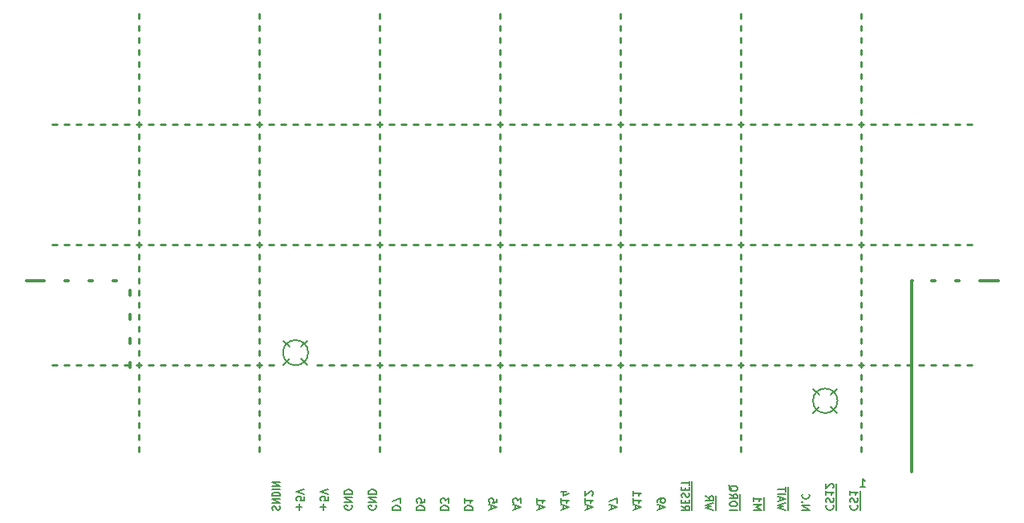
<source format=gbo>
G04 (created by PCBNEW (2013-09-28 BZR 4356)-product) date 12/11/2013 13:19:40*
%MOIN*%
G04 Gerber Fmt 3.4, Leading zero omitted, Abs format*
%FSLAX34Y34*%
G01*
G70*
G90*
G04 APERTURE LIST*
%ADD10C,0.005906*%
%ADD11C,0.008858*%
%ADD12C,0.007087*%
%ADD13C,0.007480*%
%ADD14C,0.014173*%
G04 APERTURE END LIST*
G54D10*
G54D11*
X34736Y-15400D02*
X34736Y-15600D01*
X29736Y-15400D02*
X29736Y-15600D01*
X24736Y-15400D02*
X24736Y-15600D01*
X39336Y-15500D02*
X39136Y-15500D01*
X38836Y-15500D02*
X38636Y-15500D01*
X37836Y-15500D02*
X37636Y-15500D01*
X38336Y-15500D02*
X38136Y-15500D01*
X36336Y-15500D02*
X36136Y-15500D01*
X35836Y-15500D02*
X35636Y-15500D01*
X36836Y-15500D02*
X36636Y-15500D01*
X37336Y-15500D02*
X37136Y-15500D01*
X33336Y-15500D02*
X33136Y-15500D01*
X32836Y-15500D02*
X32636Y-15500D01*
X31836Y-15500D02*
X31636Y-15500D01*
X32336Y-15500D02*
X32136Y-15500D01*
X34336Y-15500D02*
X34136Y-15500D01*
X33836Y-15500D02*
X33636Y-15500D01*
X34836Y-15500D02*
X34636Y-15500D01*
X35336Y-15500D02*
X35136Y-15500D01*
X27336Y-15500D02*
X27136Y-15500D01*
X26836Y-15500D02*
X26636Y-15500D01*
X25836Y-15500D02*
X25636Y-15500D01*
X26336Y-15500D02*
X26136Y-15500D01*
X24836Y-15500D02*
X24636Y-15500D01*
X25336Y-15500D02*
X25136Y-15500D01*
X29336Y-15500D02*
X29136Y-15500D01*
X28836Y-15500D02*
X28636Y-15500D01*
X27836Y-15500D02*
X27636Y-15500D01*
X28336Y-15500D02*
X28136Y-15500D01*
X30336Y-15500D02*
X30136Y-15500D01*
X29836Y-15500D02*
X29636Y-15500D01*
X30836Y-15500D02*
X30636Y-15500D01*
X31336Y-15500D02*
X31136Y-15500D01*
X23336Y-15500D02*
X23136Y-15500D01*
X22836Y-15500D02*
X22636Y-15500D01*
X23836Y-15500D02*
X23636Y-15500D01*
X24336Y-15500D02*
X24136Y-15500D01*
X20336Y-15500D02*
X20136Y-15500D01*
X19836Y-15500D02*
X19636Y-15500D01*
X21336Y-15500D02*
X21136Y-15500D01*
X20836Y-15500D02*
X20636Y-15500D01*
X21836Y-15500D02*
X21636Y-15500D01*
X22336Y-15500D02*
X22136Y-15500D01*
X19736Y-15400D02*
X19736Y-15600D01*
X4736Y-15400D02*
X4736Y-15600D01*
X7336Y-15500D02*
X7136Y-15500D01*
X6836Y-15500D02*
X6636Y-15500D01*
X5836Y-15500D02*
X5636Y-15500D01*
X6336Y-15500D02*
X6136Y-15500D01*
X4836Y-15500D02*
X4636Y-15500D01*
X5336Y-15500D02*
X5136Y-15500D01*
X9336Y-15500D02*
X9136Y-15500D01*
X8836Y-15500D02*
X8636Y-15500D01*
X7836Y-15500D02*
X7636Y-15500D01*
X8336Y-15500D02*
X8136Y-15500D01*
X16336Y-15500D02*
X16136Y-15500D01*
X15836Y-15500D02*
X15636Y-15500D01*
X14836Y-15500D02*
X14636Y-15500D01*
X15336Y-15500D02*
X15136Y-15500D01*
X13336Y-15500D02*
X13136Y-15500D01*
X12836Y-15500D02*
X12636Y-15500D01*
X13836Y-15500D02*
X13636Y-15500D01*
X14336Y-15500D02*
X14136Y-15500D01*
X10336Y-15500D02*
X10136Y-15500D01*
X9836Y-15500D02*
X9636Y-15500D01*
X12336Y-15500D02*
X12136Y-15500D01*
X18836Y-15500D02*
X18636Y-15500D01*
X19336Y-15500D02*
X19136Y-15500D01*
X17336Y-15500D02*
X17136Y-15500D01*
X16836Y-15500D02*
X16636Y-15500D01*
X17836Y-15500D02*
X17636Y-15500D01*
X18336Y-15500D02*
X18136Y-15500D01*
X9736Y-15400D02*
X9736Y-15600D01*
X14736Y-15400D02*
X14736Y-15600D01*
X4336Y-15500D02*
X4136Y-15500D01*
X3836Y-15500D02*
X3636Y-15500D01*
X1336Y-15500D02*
X1136Y-15500D01*
X2336Y-15500D02*
X2136Y-15500D01*
X1836Y-15500D02*
X1636Y-15500D01*
X2836Y-15500D02*
X2636Y-15500D01*
X3336Y-15500D02*
X3136Y-15500D01*
X34736Y-10900D02*
X34736Y-11100D01*
X34736Y-12900D02*
X34736Y-13100D01*
X34736Y-12400D02*
X34736Y-12600D01*
X34736Y-11400D02*
X34736Y-11600D01*
X34736Y-11900D02*
X34736Y-12100D01*
X34736Y-13900D02*
X34736Y-14100D01*
X34736Y-13400D02*
X34736Y-13600D01*
X34736Y-14400D02*
X34736Y-14600D01*
X34736Y-14900D02*
X34736Y-15100D01*
X29736Y-10900D02*
X29736Y-11100D01*
X29736Y-12900D02*
X29736Y-13100D01*
X29736Y-12400D02*
X29736Y-12600D01*
X29736Y-11400D02*
X29736Y-11600D01*
X29736Y-11900D02*
X29736Y-12100D01*
X29736Y-13900D02*
X29736Y-14100D01*
X29736Y-13400D02*
X29736Y-13600D01*
X29736Y-14400D02*
X29736Y-14600D01*
X29736Y-14900D02*
X29736Y-15100D01*
X24736Y-10900D02*
X24736Y-11100D01*
X24736Y-12900D02*
X24736Y-13100D01*
X24736Y-12400D02*
X24736Y-12600D01*
X24736Y-11400D02*
X24736Y-11600D01*
X24736Y-11900D02*
X24736Y-12100D01*
X24736Y-13900D02*
X24736Y-14100D01*
X24736Y-13400D02*
X24736Y-13600D01*
X24736Y-14400D02*
X24736Y-14600D01*
X24736Y-14900D02*
X24736Y-15100D01*
X19736Y-10900D02*
X19736Y-11100D01*
X19736Y-12900D02*
X19736Y-13100D01*
X19736Y-12400D02*
X19736Y-12600D01*
X19736Y-11400D02*
X19736Y-11600D01*
X19736Y-11900D02*
X19736Y-12100D01*
X19736Y-13900D02*
X19736Y-14100D01*
X19736Y-13400D02*
X19736Y-13600D01*
X19736Y-14400D02*
X19736Y-14600D01*
X19736Y-14900D02*
X19736Y-15100D01*
X14736Y-10900D02*
X14736Y-11100D01*
X14736Y-12900D02*
X14736Y-13100D01*
X14736Y-12400D02*
X14736Y-12600D01*
X14736Y-11400D02*
X14736Y-11600D01*
X14736Y-11900D02*
X14736Y-12100D01*
X14736Y-13900D02*
X14736Y-14100D01*
X14736Y-13400D02*
X14736Y-13600D01*
X14736Y-14400D02*
X14736Y-14600D01*
X14736Y-14900D02*
X14736Y-15100D01*
X9736Y-10900D02*
X9736Y-11100D01*
X9736Y-12900D02*
X9736Y-13100D01*
X9736Y-12400D02*
X9736Y-12600D01*
X9736Y-11400D02*
X9736Y-11600D01*
X9736Y-11900D02*
X9736Y-12100D01*
X9736Y-13900D02*
X9736Y-14100D01*
X9736Y-13400D02*
X9736Y-13600D01*
X9736Y-14400D02*
X9736Y-14600D01*
X9736Y-14900D02*
X9736Y-15100D01*
X4736Y-10900D02*
X4736Y-11100D01*
X4736Y-12900D02*
X4736Y-13100D01*
X4736Y-12400D02*
X4736Y-12600D01*
X4736Y-11400D02*
X4736Y-11600D01*
X4736Y-11900D02*
X4736Y-12100D01*
X4736Y-13900D02*
X4736Y-14100D01*
X4736Y-13400D02*
X4736Y-13600D01*
X4736Y-14400D02*
X4736Y-14600D01*
X4736Y-14900D02*
X4736Y-15100D01*
X34736Y-10400D02*
X34736Y-10600D01*
X29736Y-10400D02*
X29736Y-10600D01*
X24736Y-10400D02*
X24736Y-10600D01*
X39336Y-10500D02*
X39136Y-10500D01*
X38836Y-10500D02*
X38636Y-10500D01*
X37836Y-10500D02*
X37636Y-10500D01*
X38336Y-10500D02*
X38136Y-10500D01*
X36336Y-10500D02*
X36136Y-10500D01*
X35836Y-10500D02*
X35636Y-10500D01*
X36836Y-10500D02*
X36636Y-10500D01*
X37336Y-10500D02*
X37136Y-10500D01*
X33336Y-10500D02*
X33136Y-10500D01*
X32836Y-10500D02*
X32636Y-10500D01*
X31836Y-10500D02*
X31636Y-10500D01*
X32336Y-10500D02*
X32136Y-10500D01*
X34336Y-10500D02*
X34136Y-10500D01*
X33836Y-10500D02*
X33636Y-10500D01*
X34836Y-10500D02*
X34636Y-10500D01*
X35336Y-10500D02*
X35136Y-10500D01*
X27336Y-10500D02*
X27136Y-10500D01*
X26836Y-10500D02*
X26636Y-10500D01*
X25836Y-10500D02*
X25636Y-10500D01*
X26336Y-10500D02*
X26136Y-10500D01*
X24836Y-10500D02*
X24636Y-10500D01*
X25336Y-10500D02*
X25136Y-10500D01*
X29336Y-10500D02*
X29136Y-10500D01*
X28836Y-10500D02*
X28636Y-10500D01*
X27836Y-10500D02*
X27636Y-10500D01*
X28336Y-10500D02*
X28136Y-10500D01*
X30336Y-10500D02*
X30136Y-10500D01*
X29836Y-10500D02*
X29636Y-10500D01*
X30836Y-10500D02*
X30636Y-10500D01*
X31336Y-10500D02*
X31136Y-10500D01*
X23336Y-10500D02*
X23136Y-10500D01*
X22836Y-10500D02*
X22636Y-10500D01*
X23836Y-10500D02*
X23636Y-10500D01*
X24336Y-10500D02*
X24136Y-10500D01*
X20336Y-10500D02*
X20136Y-10500D01*
X19836Y-10500D02*
X19636Y-10500D01*
X21336Y-10500D02*
X21136Y-10500D01*
X20836Y-10500D02*
X20636Y-10500D01*
X21836Y-10500D02*
X21636Y-10500D01*
X22336Y-10500D02*
X22136Y-10500D01*
X19736Y-10400D02*
X19736Y-10600D01*
X4736Y-10400D02*
X4736Y-10600D01*
X7336Y-10500D02*
X7136Y-10500D01*
X6836Y-10500D02*
X6636Y-10500D01*
X5836Y-10500D02*
X5636Y-10500D01*
X6336Y-10500D02*
X6136Y-10500D01*
X4836Y-10500D02*
X4636Y-10500D01*
X5336Y-10500D02*
X5136Y-10500D01*
X9336Y-10500D02*
X9136Y-10500D01*
X8836Y-10500D02*
X8636Y-10500D01*
X7836Y-10500D02*
X7636Y-10500D01*
X8336Y-10500D02*
X8136Y-10500D01*
X16336Y-10500D02*
X16136Y-10500D01*
X15836Y-10500D02*
X15636Y-10500D01*
X14836Y-10500D02*
X14636Y-10500D01*
X15336Y-10500D02*
X15136Y-10500D01*
X13336Y-10500D02*
X13136Y-10500D01*
X12836Y-10500D02*
X12636Y-10500D01*
X13836Y-10500D02*
X13636Y-10500D01*
X14336Y-10500D02*
X14136Y-10500D01*
X10336Y-10500D02*
X10136Y-10500D01*
X9836Y-10500D02*
X9636Y-10500D01*
X11336Y-10500D02*
X11136Y-10500D01*
X10836Y-10500D02*
X10636Y-10500D01*
X11836Y-10500D02*
X11636Y-10500D01*
X12336Y-10500D02*
X12136Y-10500D01*
X18836Y-10500D02*
X18636Y-10500D01*
X19336Y-10500D02*
X19136Y-10500D01*
X17336Y-10500D02*
X17136Y-10500D01*
X16836Y-10500D02*
X16636Y-10500D01*
X17836Y-10500D02*
X17636Y-10500D01*
X18336Y-10500D02*
X18136Y-10500D01*
X9736Y-10400D02*
X9736Y-10600D01*
X14736Y-10400D02*
X14736Y-10600D01*
X4336Y-10500D02*
X4136Y-10500D01*
X3836Y-10500D02*
X3636Y-10500D01*
X1336Y-10500D02*
X1136Y-10500D01*
X2336Y-10500D02*
X2136Y-10500D01*
X1836Y-10500D02*
X1636Y-10500D01*
X2836Y-10500D02*
X2636Y-10500D01*
X3336Y-10500D02*
X3136Y-10500D01*
X34736Y-5900D02*
X34736Y-6100D01*
X34736Y-7900D02*
X34736Y-8100D01*
X34736Y-7400D02*
X34736Y-7600D01*
X34736Y-6400D02*
X34736Y-6600D01*
X34736Y-6900D02*
X34736Y-7100D01*
X34736Y-8900D02*
X34736Y-9100D01*
X34736Y-8400D02*
X34736Y-8600D01*
X34736Y-9400D02*
X34736Y-9600D01*
X34736Y-9900D02*
X34736Y-10100D01*
X29736Y-5900D02*
X29736Y-6100D01*
X29736Y-7900D02*
X29736Y-8100D01*
X29736Y-7400D02*
X29736Y-7600D01*
X29736Y-6400D02*
X29736Y-6600D01*
X29736Y-6900D02*
X29736Y-7100D01*
X29736Y-8900D02*
X29736Y-9100D01*
X29736Y-8400D02*
X29736Y-8600D01*
X29736Y-9400D02*
X29736Y-9600D01*
X29736Y-9900D02*
X29736Y-10100D01*
X24736Y-5900D02*
X24736Y-6100D01*
X24736Y-7900D02*
X24736Y-8100D01*
X24736Y-7400D02*
X24736Y-7600D01*
X24736Y-6400D02*
X24736Y-6600D01*
X24736Y-6900D02*
X24736Y-7100D01*
X24736Y-8900D02*
X24736Y-9100D01*
X24736Y-8400D02*
X24736Y-8600D01*
X24736Y-9400D02*
X24736Y-9600D01*
X24736Y-9900D02*
X24736Y-10100D01*
X19736Y-5900D02*
X19736Y-6100D01*
X19736Y-7900D02*
X19736Y-8100D01*
X19736Y-7400D02*
X19736Y-7600D01*
X19736Y-6400D02*
X19736Y-6600D01*
X19736Y-6900D02*
X19736Y-7100D01*
X19736Y-8900D02*
X19736Y-9100D01*
X19736Y-8400D02*
X19736Y-8600D01*
X19736Y-9400D02*
X19736Y-9600D01*
X19736Y-9900D02*
X19736Y-10100D01*
X14736Y-5900D02*
X14736Y-6100D01*
X14736Y-7900D02*
X14736Y-8100D01*
X14736Y-7400D02*
X14736Y-7600D01*
X14736Y-6400D02*
X14736Y-6600D01*
X14736Y-6900D02*
X14736Y-7100D01*
X14736Y-8900D02*
X14736Y-9100D01*
X14736Y-8400D02*
X14736Y-8600D01*
X14736Y-9400D02*
X14736Y-9600D01*
X14736Y-9900D02*
X14736Y-10100D01*
X9736Y-5900D02*
X9736Y-6100D01*
X9736Y-7900D02*
X9736Y-8100D01*
X9736Y-7400D02*
X9736Y-7600D01*
X9736Y-6400D02*
X9736Y-6600D01*
X9736Y-6900D02*
X9736Y-7100D01*
X9736Y-8900D02*
X9736Y-9100D01*
X9736Y-8400D02*
X9736Y-8600D01*
X9736Y-9400D02*
X9736Y-9600D01*
X9736Y-9900D02*
X9736Y-10100D01*
X4736Y-5900D02*
X4736Y-6100D01*
X4736Y-7900D02*
X4736Y-8100D01*
X4736Y-7400D02*
X4736Y-7600D01*
X4736Y-6400D02*
X4736Y-6600D01*
X4736Y-6900D02*
X4736Y-7100D01*
X4736Y-8900D02*
X4736Y-9100D01*
X4736Y-8400D02*
X4736Y-8600D01*
X4736Y-9400D02*
X4736Y-9600D01*
X4736Y-9900D02*
X4736Y-10100D01*
X34736Y-5400D02*
X34736Y-5600D01*
X29736Y-5400D02*
X29736Y-5600D01*
X24736Y-5400D02*
X24736Y-5600D01*
X39336Y-5500D02*
X39136Y-5500D01*
X38836Y-5500D02*
X38636Y-5500D01*
X37836Y-5500D02*
X37636Y-5500D01*
X38336Y-5500D02*
X38136Y-5500D01*
X36336Y-5500D02*
X36136Y-5500D01*
X35836Y-5500D02*
X35636Y-5500D01*
X36836Y-5500D02*
X36636Y-5500D01*
X37336Y-5500D02*
X37136Y-5500D01*
X33336Y-5500D02*
X33136Y-5500D01*
X32836Y-5500D02*
X32636Y-5500D01*
X31836Y-5500D02*
X31636Y-5500D01*
X32336Y-5500D02*
X32136Y-5500D01*
X34336Y-5500D02*
X34136Y-5500D01*
X33836Y-5500D02*
X33636Y-5500D01*
X34836Y-5500D02*
X34636Y-5500D01*
X35336Y-5500D02*
X35136Y-5500D01*
X27336Y-5500D02*
X27136Y-5500D01*
X26836Y-5500D02*
X26636Y-5500D01*
X25836Y-5500D02*
X25636Y-5500D01*
X26336Y-5500D02*
X26136Y-5500D01*
X24836Y-5500D02*
X24636Y-5500D01*
X25336Y-5500D02*
X25136Y-5500D01*
X29336Y-5500D02*
X29136Y-5500D01*
X28836Y-5500D02*
X28636Y-5500D01*
X27836Y-5500D02*
X27636Y-5500D01*
X28336Y-5500D02*
X28136Y-5500D01*
X30336Y-5500D02*
X30136Y-5500D01*
X29836Y-5500D02*
X29636Y-5500D01*
X30836Y-5500D02*
X30636Y-5500D01*
X31336Y-5500D02*
X31136Y-5500D01*
X23336Y-5500D02*
X23136Y-5500D01*
X22836Y-5500D02*
X22636Y-5500D01*
X23836Y-5500D02*
X23636Y-5500D01*
X24336Y-5500D02*
X24136Y-5500D01*
X20336Y-5500D02*
X20136Y-5500D01*
X19836Y-5500D02*
X19636Y-5500D01*
X21336Y-5500D02*
X21136Y-5500D01*
X20836Y-5500D02*
X20636Y-5500D01*
X21836Y-5500D02*
X21636Y-5500D01*
X22336Y-5500D02*
X22136Y-5500D01*
X19736Y-5400D02*
X19736Y-5600D01*
X4736Y-5400D02*
X4736Y-5600D01*
X7336Y-5500D02*
X7136Y-5500D01*
X6836Y-5500D02*
X6636Y-5500D01*
X5836Y-5500D02*
X5636Y-5500D01*
X6336Y-5500D02*
X6136Y-5500D01*
X4836Y-5500D02*
X4636Y-5500D01*
X5336Y-5500D02*
X5136Y-5500D01*
X9336Y-5500D02*
X9136Y-5500D01*
X8836Y-5500D02*
X8636Y-5500D01*
X7836Y-5500D02*
X7636Y-5500D01*
X8336Y-5500D02*
X8136Y-5500D01*
X16336Y-5500D02*
X16136Y-5500D01*
X15836Y-5500D02*
X15636Y-5500D01*
X14836Y-5500D02*
X14636Y-5500D01*
X15336Y-5500D02*
X15136Y-5500D01*
X13336Y-5500D02*
X13136Y-5500D01*
X12836Y-5500D02*
X12636Y-5500D01*
X13836Y-5500D02*
X13636Y-5500D01*
X14336Y-5500D02*
X14136Y-5500D01*
X10336Y-5500D02*
X10136Y-5500D01*
X9836Y-5500D02*
X9636Y-5500D01*
X11336Y-5500D02*
X11136Y-5500D01*
X10836Y-5500D02*
X10636Y-5500D01*
X11836Y-5500D02*
X11636Y-5500D01*
X12336Y-5500D02*
X12136Y-5500D01*
X18836Y-5500D02*
X18636Y-5500D01*
X19336Y-5500D02*
X19136Y-5500D01*
X17336Y-5500D02*
X17136Y-5500D01*
X16836Y-5500D02*
X16636Y-5500D01*
X17836Y-5500D02*
X17636Y-5500D01*
X18336Y-5500D02*
X18136Y-5500D01*
X9736Y-5400D02*
X9736Y-5600D01*
X14736Y-5400D02*
X14736Y-5600D01*
X4336Y-5500D02*
X4136Y-5500D01*
X3836Y-5500D02*
X3636Y-5500D01*
X1336Y-5500D02*
X1136Y-5500D01*
X2336Y-5500D02*
X2136Y-5500D01*
X1836Y-5500D02*
X1636Y-5500D01*
X2836Y-5500D02*
X2636Y-5500D01*
X3336Y-5500D02*
X3136Y-5500D01*
X34736Y-900D02*
X34736Y-1100D01*
X34736Y-2900D02*
X34736Y-3100D01*
X34736Y-2400D02*
X34736Y-2600D01*
X34736Y-1400D02*
X34736Y-1600D01*
X34736Y-1900D02*
X34736Y-2100D01*
X34736Y-3900D02*
X34736Y-4100D01*
X34736Y-3400D02*
X34736Y-3600D01*
X34736Y-4400D02*
X34736Y-4600D01*
X34736Y-4900D02*
X34736Y-5100D01*
X29736Y-900D02*
X29736Y-1100D01*
X29736Y-2900D02*
X29736Y-3100D01*
X29736Y-2400D02*
X29736Y-2600D01*
X29736Y-1400D02*
X29736Y-1600D01*
X29736Y-1900D02*
X29736Y-2100D01*
X29736Y-3900D02*
X29736Y-4100D01*
X29736Y-3400D02*
X29736Y-3600D01*
X29736Y-4400D02*
X29736Y-4600D01*
X29736Y-4900D02*
X29736Y-5100D01*
X24736Y-900D02*
X24736Y-1100D01*
X24736Y-2900D02*
X24736Y-3100D01*
X24736Y-2400D02*
X24736Y-2600D01*
X24736Y-1400D02*
X24736Y-1600D01*
X24736Y-1900D02*
X24736Y-2100D01*
X24736Y-3900D02*
X24736Y-4100D01*
X24736Y-3400D02*
X24736Y-3600D01*
X24736Y-4400D02*
X24736Y-4600D01*
X24736Y-4900D02*
X24736Y-5100D01*
X19736Y-900D02*
X19736Y-1100D01*
X19736Y-2900D02*
X19736Y-3100D01*
X19736Y-2400D02*
X19736Y-2600D01*
X19736Y-1400D02*
X19736Y-1600D01*
X19736Y-1900D02*
X19736Y-2100D01*
X19736Y-3900D02*
X19736Y-4100D01*
X19736Y-3400D02*
X19736Y-3600D01*
X19736Y-4400D02*
X19736Y-4600D01*
X19736Y-4900D02*
X19736Y-5100D01*
X14736Y-900D02*
X14736Y-1100D01*
X14736Y-2900D02*
X14736Y-3100D01*
X14736Y-2400D02*
X14736Y-2600D01*
X14736Y-1400D02*
X14736Y-1600D01*
X14736Y-1900D02*
X14736Y-2100D01*
X14736Y-3900D02*
X14736Y-4100D01*
X14736Y-3400D02*
X14736Y-3600D01*
X14736Y-4400D02*
X14736Y-4600D01*
X14736Y-4900D02*
X14736Y-5100D01*
X9736Y-900D02*
X9736Y-1100D01*
X9736Y-2900D02*
X9736Y-3100D01*
X9736Y-2400D02*
X9736Y-2600D01*
X9736Y-1400D02*
X9736Y-1600D01*
X9736Y-1900D02*
X9736Y-2100D01*
X9736Y-3900D02*
X9736Y-4100D01*
X9736Y-3400D02*
X9736Y-3600D01*
X9736Y-4400D02*
X9736Y-4600D01*
X9736Y-4900D02*
X9736Y-5100D01*
X4736Y-900D02*
X4736Y-1100D01*
X4736Y-2900D02*
X4736Y-3100D01*
X4736Y-2400D02*
X4736Y-2600D01*
X4736Y-1400D02*
X4736Y-1600D01*
X4736Y-1900D02*
X4736Y-2100D01*
X4736Y-3900D02*
X4736Y-4100D01*
X4736Y-3400D02*
X4736Y-3600D01*
X4736Y-4400D02*
X4736Y-4600D01*
X4736Y-4900D02*
X4736Y-5100D01*
X4736Y-18400D02*
X4736Y-18600D01*
X4736Y-18900D02*
X4736Y-19100D01*
X4736Y-16900D02*
X4736Y-17100D01*
X4736Y-16400D02*
X4736Y-16600D01*
X4736Y-17400D02*
X4736Y-17600D01*
X4736Y-17900D02*
X4736Y-18100D01*
X4736Y-15900D02*
X4736Y-16100D01*
X9736Y-18400D02*
X9736Y-18600D01*
X9736Y-18900D02*
X9736Y-19100D01*
X9736Y-16900D02*
X9736Y-17100D01*
X9736Y-16400D02*
X9736Y-16600D01*
X9736Y-17400D02*
X9736Y-17600D01*
X9736Y-17900D02*
X9736Y-18100D01*
X9736Y-15900D02*
X9736Y-16100D01*
X14736Y-18400D02*
X14736Y-18600D01*
X14736Y-18900D02*
X14736Y-19100D01*
X14736Y-16900D02*
X14736Y-17100D01*
X14736Y-16400D02*
X14736Y-16600D01*
X14736Y-17400D02*
X14736Y-17600D01*
X14736Y-17900D02*
X14736Y-18100D01*
X14736Y-15900D02*
X14736Y-16100D01*
X19736Y-18400D02*
X19736Y-18600D01*
X19736Y-18900D02*
X19736Y-19100D01*
X19736Y-16900D02*
X19736Y-17100D01*
X19736Y-16400D02*
X19736Y-16600D01*
X19736Y-17400D02*
X19736Y-17600D01*
X19736Y-17900D02*
X19736Y-18100D01*
X19736Y-15900D02*
X19736Y-16100D01*
X24736Y-18400D02*
X24736Y-18600D01*
X24736Y-18900D02*
X24736Y-19100D01*
X24736Y-16900D02*
X24736Y-17100D01*
X24736Y-16400D02*
X24736Y-16600D01*
X24736Y-17400D02*
X24736Y-17600D01*
X24736Y-17900D02*
X24736Y-18100D01*
X24736Y-15900D02*
X24736Y-16100D01*
X29736Y-18400D02*
X29736Y-18600D01*
X29736Y-18900D02*
X29736Y-19100D01*
X29736Y-16900D02*
X29736Y-17100D01*
X29736Y-16400D02*
X29736Y-16600D01*
X29736Y-17400D02*
X29736Y-17600D01*
X29736Y-17900D02*
X29736Y-18100D01*
X29736Y-15900D02*
X29736Y-16100D01*
X34736Y-18400D02*
X34736Y-18600D01*
X34736Y-18900D02*
X34736Y-19100D01*
X34736Y-16900D02*
X34736Y-17100D01*
X34736Y-16400D02*
X34736Y-16600D01*
X34736Y-17400D02*
X34736Y-17600D01*
X34736Y-17900D02*
X34736Y-18100D01*
X34736Y-15900D02*
X34736Y-16100D01*
G54D12*
X11758Y-15000D02*
G75*
G03X11758Y-15000I-522J0D01*
G74*
G01*
X33746Y-17000D02*
G75*
G03X33746Y-17000I-509J0D01*
G74*
G01*
G54D13*
X34704Y-20590D02*
X34907Y-20590D01*
X34806Y-20590D02*
X34806Y-20235D01*
X34839Y-20286D01*
X34873Y-20320D01*
X34907Y-20337D01*
G54D10*
X27700Y-21532D02*
X27700Y-20334D01*
X28700Y-21532D02*
X28700Y-20961D01*
X29700Y-21532D02*
X29700Y-20892D01*
X30700Y-21532D02*
X30700Y-21005D01*
X31700Y-21532D02*
X31700Y-20587D01*
X33700Y-21532D02*
X33700Y-20438D01*
X34700Y-21532D02*
X34700Y-20737D01*
G54D14*
X44Y-12000D02*
X804Y-12000D01*
X1667Y-12000D02*
X1804Y-12000D01*
X2667Y-12000D02*
X2804Y-12000D01*
X3667Y-12000D02*
X3804Y-12000D01*
X4372Y-12402D02*
X4372Y-12597D01*
X4372Y-13402D02*
X4372Y-13597D01*
X4372Y-14404D02*
X4372Y-14597D01*
X4372Y-15402D02*
X4372Y-15624D01*
X36811Y-12000D02*
X36858Y-12000D01*
X40429Y-12000D02*
X39667Y-12000D01*
X38804Y-12000D02*
X38667Y-12000D01*
X37804Y-12000D02*
X37667Y-12000D01*
G54D10*
X34297Y-21336D02*
X34282Y-21351D01*
X34267Y-21396D01*
X34267Y-21426D01*
X34282Y-21471D01*
X34312Y-21501D01*
X34342Y-21516D01*
X34402Y-21531D01*
X34447Y-21531D01*
X34507Y-21516D01*
X34537Y-21501D01*
X34567Y-21471D01*
X34582Y-21426D01*
X34582Y-21396D01*
X34567Y-21351D01*
X34552Y-21336D01*
X34282Y-21216D02*
X34267Y-21171D01*
X34267Y-21096D01*
X34282Y-21066D01*
X34297Y-21051D01*
X34327Y-21036D01*
X34357Y-21036D01*
X34387Y-21051D01*
X34402Y-21066D01*
X34417Y-21096D01*
X34432Y-21156D01*
X34447Y-21186D01*
X34462Y-21201D01*
X34492Y-21216D01*
X34522Y-21216D01*
X34552Y-21201D01*
X34567Y-21186D01*
X34582Y-21156D01*
X34582Y-21081D01*
X34567Y-21036D01*
X34267Y-20736D02*
X34267Y-20916D01*
X34267Y-20826D02*
X34582Y-20826D01*
X34537Y-20856D01*
X34507Y-20886D01*
X34492Y-20916D01*
X33297Y-21336D02*
X33282Y-21351D01*
X33267Y-21396D01*
X33267Y-21426D01*
X33282Y-21471D01*
X33312Y-21501D01*
X33342Y-21516D01*
X33402Y-21531D01*
X33447Y-21531D01*
X33507Y-21516D01*
X33537Y-21501D01*
X33567Y-21471D01*
X33582Y-21426D01*
X33582Y-21396D01*
X33567Y-21351D01*
X33552Y-21336D01*
X33282Y-21216D02*
X33267Y-21171D01*
X33267Y-21096D01*
X33282Y-21066D01*
X33297Y-21051D01*
X33327Y-21036D01*
X33357Y-21036D01*
X33387Y-21051D01*
X33402Y-21066D01*
X33417Y-21096D01*
X33432Y-21156D01*
X33447Y-21186D01*
X33462Y-21201D01*
X33492Y-21216D01*
X33522Y-21216D01*
X33552Y-21201D01*
X33567Y-21186D01*
X33582Y-21156D01*
X33582Y-21081D01*
X33567Y-21036D01*
X33267Y-20736D02*
X33267Y-20916D01*
X33267Y-20826D02*
X33582Y-20826D01*
X33537Y-20856D01*
X33507Y-20886D01*
X33492Y-20916D01*
X33552Y-20616D02*
X33567Y-20601D01*
X33582Y-20571D01*
X33582Y-20496D01*
X33567Y-20466D01*
X33552Y-20451D01*
X33522Y-20436D01*
X33492Y-20436D01*
X33447Y-20451D01*
X33267Y-20631D01*
X33267Y-20436D01*
X32267Y-21531D02*
X32582Y-21531D01*
X32267Y-21351D01*
X32582Y-21351D01*
X32297Y-21201D02*
X32282Y-21186D01*
X32267Y-21201D01*
X32282Y-21216D01*
X32297Y-21201D01*
X32267Y-21201D01*
X32297Y-20871D02*
X32282Y-20886D01*
X32267Y-20931D01*
X32267Y-20961D01*
X32282Y-21006D01*
X32312Y-21036D01*
X32342Y-21051D01*
X32402Y-21066D01*
X32447Y-21066D01*
X32507Y-21051D01*
X32537Y-21036D01*
X32567Y-21006D01*
X32582Y-20961D01*
X32582Y-20931D01*
X32567Y-20886D01*
X32552Y-20871D01*
X31582Y-21531D02*
X31267Y-21456D01*
X31492Y-21396D01*
X31267Y-21336D01*
X31582Y-21261D01*
X31357Y-21156D02*
X31357Y-21006D01*
X31267Y-21186D02*
X31582Y-21081D01*
X31267Y-20976D01*
X31267Y-20871D02*
X31582Y-20871D01*
X31582Y-20766D02*
X31582Y-20586D01*
X31267Y-20676D02*
X31582Y-20676D01*
X29267Y-21531D02*
X29582Y-21531D01*
X29582Y-21321D02*
X29582Y-21261D01*
X29567Y-21231D01*
X29537Y-21201D01*
X29477Y-21186D01*
X29372Y-21186D01*
X29312Y-21201D01*
X29282Y-21231D01*
X29267Y-21261D01*
X29267Y-21321D01*
X29282Y-21351D01*
X29312Y-21381D01*
X29372Y-21396D01*
X29477Y-21396D01*
X29537Y-21381D01*
X29567Y-21351D01*
X29582Y-21321D01*
X29267Y-20871D02*
X29417Y-20976D01*
X29267Y-21051D02*
X29582Y-21051D01*
X29582Y-20931D01*
X29567Y-20901D01*
X29552Y-20886D01*
X29522Y-20871D01*
X29477Y-20871D01*
X29447Y-20886D01*
X29432Y-20901D01*
X29417Y-20931D01*
X29417Y-21051D01*
X29237Y-20526D02*
X29252Y-20556D01*
X29282Y-20586D01*
X29327Y-20631D01*
X29342Y-20661D01*
X29342Y-20691D01*
X29267Y-20676D02*
X29282Y-20706D01*
X29312Y-20736D01*
X29372Y-20751D01*
X29477Y-20751D01*
X29537Y-20736D01*
X29567Y-20706D01*
X29582Y-20676D01*
X29582Y-20616D01*
X29567Y-20586D01*
X29537Y-20556D01*
X29477Y-20541D01*
X29372Y-20541D01*
X29312Y-20556D01*
X29282Y-20586D01*
X29267Y-20616D01*
X29267Y-20676D01*
X30267Y-21531D02*
X30582Y-21531D01*
X30357Y-21426D01*
X30582Y-21321D01*
X30267Y-21321D01*
X30267Y-21006D02*
X30267Y-21186D01*
X30267Y-21096D02*
X30582Y-21096D01*
X30537Y-21126D01*
X30507Y-21156D01*
X30492Y-21186D01*
X28582Y-21531D02*
X28267Y-21456D01*
X28492Y-21396D01*
X28267Y-21336D01*
X28582Y-21261D01*
X28267Y-20961D02*
X28417Y-21066D01*
X28267Y-21141D02*
X28582Y-21141D01*
X28582Y-21021D01*
X28567Y-20991D01*
X28552Y-20976D01*
X28522Y-20961D01*
X28477Y-20961D01*
X28447Y-20976D01*
X28432Y-20991D01*
X28417Y-21021D01*
X28417Y-21141D01*
X27266Y-21368D02*
X27416Y-21463D01*
X27266Y-21531D02*
X27581Y-21531D01*
X27581Y-21422D01*
X27566Y-21395D01*
X27551Y-21381D01*
X27521Y-21368D01*
X27476Y-21368D01*
X27446Y-21381D01*
X27431Y-21395D01*
X27416Y-21422D01*
X27416Y-21531D01*
X27431Y-21245D02*
X27431Y-21150D01*
X27266Y-21109D02*
X27266Y-21245D01*
X27581Y-21245D01*
X27581Y-21109D01*
X27281Y-21001D02*
X27266Y-20960D01*
X27266Y-20892D01*
X27281Y-20865D01*
X27296Y-20851D01*
X27326Y-20838D01*
X27356Y-20838D01*
X27386Y-20851D01*
X27401Y-20865D01*
X27416Y-20892D01*
X27431Y-20946D01*
X27446Y-20974D01*
X27461Y-20987D01*
X27491Y-21001D01*
X27521Y-21001D01*
X27551Y-20987D01*
X27566Y-20974D01*
X27581Y-20946D01*
X27581Y-20878D01*
X27566Y-20838D01*
X27431Y-20715D02*
X27431Y-20620D01*
X27266Y-20579D02*
X27266Y-20715D01*
X27581Y-20715D01*
X27581Y-20579D01*
X27581Y-20498D02*
X27581Y-20335D01*
X27266Y-20416D02*
X27581Y-20416D01*
X26357Y-21501D02*
X26357Y-21351D01*
X26267Y-21531D02*
X26582Y-21426D01*
X26267Y-21321D01*
X26267Y-21201D02*
X26267Y-21141D01*
X26282Y-21111D01*
X26297Y-21096D01*
X26342Y-21066D01*
X26402Y-21051D01*
X26522Y-21051D01*
X26552Y-21066D01*
X26567Y-21081D01*
X26582Y-21111D01*
X26582Y-21171D01*
X26567Y-21201D01*
X26552Y-21216D01*
X26522Y-21231D01*
X26447Y-21231D01*
X26417Y-21216D01*
X26402Y-21201D01*
X26387Y-21171D01*
X26387Y-21111D01*
X26402Y-21081D01*
X26417Y-21066D01*
X26447Y-21051D01*
X25357Y-21501D02*
X25357Y-21351D01*
X25267Y-21531D02*
X25582Y-21426D01*
X25267Y-21321D01*
X25267Y-21051D02*
X25267Y-21231D01*
X25267Y-21141D02*
X25582Y-21141D01*
X25537Y-21171D01*
X25507Y-21201D01*
X25492Y-21231D01*
X25267Y-20751D02*
X25267Y-20931D01*
X25267Y-20841D02*
X25582Y-20841D01*
X25537Y-20871D01*
X25507Y-20901D01*
X25492Y-20931D01*
X24357Y-21500D02*
X24357Y-21350D01*
X24267Y-21530D02*
X24582Y-21425D01*
X24267Y-21320D01*
X24582Y-21245D02*
X24582Y-21035D01*
X24267Y-21170D01*
X23357Y-21500D02*
X23357Y-21350D01*
X23267Y-21530D02*
X23582Y-21425D01*
X23267Y-21320D01*
X23267Y-21050D02*
X23267Y-21230D01*
X23267Y-21140D02*
X23582Y-21140D01*
X23537Y-21170D01*
X23507Y-21200D01*
X23492Y-21230D01*
X23552Y-20930D02*
X23567Y-20915D01*
X23582Y-20885D01*
X23582Y-20810D01*
X23567Y-20780D01*
X23552Y-20765D01*
X23522Y-20750D01*
X23492Y-20750D01*
X23447Y-20765D01*
X23267Y-20945D01*
X23267Y-20750D01*
X22357Y-21500D02*
X22357Y-21350D01*
X22267Y-21530D02*
X22582Y-21425D01*
X22267Y-21320D01*
X22267Y-21050D02*
X22267Y-21230D01*
X22267Y-21140D02*
X22582Y-21140D01*
X22537Y-21170D01*
X22507Y-21200D01*
X22492Y-21230D01*
X22477Y-20780D02*
X22267Y-20780D01*
X22597Y-20855D02*
X22372Y-20930D01*
X22372Y-20735D01*
X21356Y-21500D02*
X21356Y-21350D01*
X21266Y-21530D02*
X21581Y-21425D01*
X21266Y-21320D01*
X21266Y-21050D02*
X21266Y-21230D01*
X21266Y-21140D02*
X21581Y-21140D01*
X21536Y-21170D01*
X21506Y-21200D01*
X21491Y-21230D01*
X20356Y-21501D02*
X20356Y-21351D01*
X20266Y-21531D02*
X20581Y-21426D01*
X20266Y-21321D01*
X20581Y-21246D02*
X20581Y-21051D01*
X20461Y-21156D01*
X20461Y-21111D01*
X20446Y-21081D01*
X20431Y-21066D01*
X20401Y-21051D01*
X20326Y-21051D01*
X20296Y-21066D01*
X20281Y-21081D01*
X20266Y-21111D01*
X20266Y-21201D01*
X20281Y-21231D01*
X20296Y-21246D01*
X19356Y-21501D02*
X19356Y-21351D01*
X19266Y-21531D02*
X19581Y-21426D01*
X19266Y-21321D01*
X19581Y-21066D02*
X19581Y-21216D01*
X19431Y-21231D01*
X19446Y-21216D01*
X19461Y-21186D01*
X19461Y-21111D01*
X19446Y-21081D01*
X19431Y-21066D01*
X19401Y-21051D01*
X19326Y-21051D01*
X19296Y-21066D01*
X19281Y-21081D01*
X19266Y-21111D01*
X19266Y-21186D01*
X19281Y-21216D01*
X19296Y-21231D01*
X18266Y-21530D02*
X18581Y-21530D01*
X18581Y-21455D01*
X18566Y-21410D01*
X18536Y-21380D01*
X18506Y-21365D01*
X18446Y-21350D01*
X18401Y-21350D01*
X18341Y-21365D01*
X18311Y-21380D01*
X18281Y-21410D01*
X18266Y-21455D01*
X18266Y-21530D01*
X18266Y-21050D02*
X18266Y-21230D01*
X18266Y-21140D02*
X18581Y-21140D01*
X18536Y-21170D01*
X18506Y-21200D01*
X18491Y-21230D01*
X17266Y-21530D02*
X17581Y-21530D01*
X17581Y-21455D01*
X17566Y-21410D01*
X17536Y-21380D01*
X17506Y-21365D01*
X17446Y-21350D01*
X17401Y-21350D01*
X17341Y-21365D01*
X17311Y-21380D01*
X17281Y-21410D01*
X17266Y-21455D01*
X17266Y-21530D01*
X17581Y-21245D02*
X17581Y-21050D01*
X17461Y-21155D01*
X17461Y-21110D01*
X17446Y-21080D01*
X17431Y-21065D01*
X17401Y-21050D01*
X17326Y-21050D01*
X17296Y-21065D01*
X17281Y-21080D01*
X17266Y-21110D01*
X17266Y-21200D01*
X17281Y-21230D01*
X17296Y-21245D01*
X16266Y-21531D02*
X16581Y-21531D01*
X16581Y-21456D01*
X16566Y-21411D01*
X16536Y-21381D01*
X16506Y-21366D01*
X16446Y-21351D01*
X16401Y-21351D01*
X16341Y-21366D01*
X16311Y-21381D01*
X16281Y-21411D01*
X16266Y-21456D01*
X16266Y-21531D01*
X16581Y-21066D02*
X16581Y-21216D01*
X16431Y-21231D01*
X16446Y-21216D01*
X16461Y-21186D01*
X16461Y-21111D01*
X16446Y-21081D01*
X16431Y-21066D01*
X16401Y-21051D01*
X16326Y-21051D01*
X16296Y-21066D01*
X16281Y-21081D01*
X16266Y-21111D01*
X16266Y-21186D01*
X16281Y-21216D01*
X16296Y-21231D01*
X15266Y-21531D02*
X15581Y-21531D01*
X15581Y-21456D01*
X15566Y-21411D01*
X15536Y-21381D01*
X15506Y-21366D01*
X15446Y-21351D01*
X15401Y-21351D01*
X15341Y-21366D01*
X15311Y-21381D01*
X15281Y-21411D01*
X15266Y-21456D01*
X15266Y-21531D01*
X15581Y-21246D02*
X15581Y-21036D01*
X15266Y-21171D01*
X12387Y-21531D02*
X12387Y-21291D01*
X12267Y-21411D02*
X12507Y-21411D01*
X12582Y-20991D02*
X12582Y-21141D01*
X12432Y-21156D01*
X12447Y-21141D01*
X12462Y-21111D01*
X12462Y-21036D01*
X12447Y-21006D01*
X12432Y-20991D01*
X12402Y-20976D01*
X12327Y-20976D01*
X12297Y-20991D01*
X12282Y-21006D01*
X12267Y-21036D01*
X12267Y-21111D01*
X12282Y-21141D01*
X12297Y-21156D01*
X12582Y-20886D02*
X12267Y-20781D01*
X12582Y-20676D01*
X13569Y-21351D02*
X13584Y-21381D01*
X13584Y-21426D01*
X13569Y-21471D01*
X13539Y-21501D01*
X13509Y-21516D01*
X13449Y-21531D01*
X13404Y-21531D01*
X13344Y-21516D01*
X13314Y-21501D01*
X13284Y-21471D01*
X13269Y-21426D01*
X13269Y-21396D01*
X13284Y-21351D01*
X13299Y-21336D01*
X13404Y-21336D01*
X13404Y-21396D01*
X13269Y-21201D02*
X13584Y-21201D01*
X13269Y-21021D01*
X13584Y-21021D01*
X13269Y-20871D02*
X13584Y-20871D01*
X13584Y-20796D01*
X13569Y-20751D01*
X13539Y-20721D01*
X13509Y-20706D01*
X13449Y-20691D01*
X13404Y-20691D01*
X13344Y-20706D01*
X13314Y-20721D01*
X13284Y-20751D01*
X13269Y-20796D01*
X13269Y-20871D01*
X14567Y-21351D02*
X14582Y-21381D01*
X14582Y-21426D01*
X14567Y-21471D01*
X14537Y-21501D01*
X14507Y-21516D01*
X14447Y-21531D01*
X14402Y-21531D01*
X14342Y-21516D01*
X14312Y-21501D01*
X14282Y-21471D01*
X14267Y-21426D01*
X14267Y-21396D01*
X14282Y-21351D01*
X14297Y-21336D01*
X14402Y-21336D01*
X14402Y-21396D01*
X14267Y-21201D02*
X14582Y-21201D01*
X14267Y-21021D01*
X14582Y-21021D01*
X14267Y-20871D02*
X14582Y-20871D01*
X14582Y-20796D01*
X14567Y-20751D01*
X14537Y-20721D01*
X14507Y-20706D01*
X14447Y-20691D01*
X14402Y-20691D01*
X14342Y-20706D01*
X14312Y-20721D01*
X14282Y-20751D01*
X14267Y-20796D01*
X14267Y-20871D01*
X11387Y-21531D02*
X11387Y-21291D01*
X11267Y-21411D02*
X11507Y-21411D01*
X11582Y-20991D02*
X11582Y-21141D01*
X11432Y-21156D01*
X11447Y-21141D01*
X11462Y-21111D01*
X11462Y-21036D01*
X11447Y-21006D01*
X11432Y-20991D01*
X11402Y-20976D01*
X11327Y-20976D01*
X11297Y-20991D01*
X11282Y-21006D01*
X11267Y-21036D01*
X11267Y-21111D01*
X11282Y-21141D01*
X11297Y-21156D01*
X11582Y-20886D02*
X11267Y-20781D01*
X11582Y-20676D01*
G54D14*
X36811Y-19956D02*
X36811Y-12000D01*
G54D12*
X10736Y-15500D02*
X10996Y-15240D01*
X11736Y-15500D02*
X11476Y-15240D01*
X11736Y-14500D02*
X11476Y-14760D01*
X10736Y-14500D02*
X10996Y-14760D01*
X32736Y-16500D02*
X32996Y-16760D01*
X33736Y-16500D02*
X33476Y-16760D01*
X33736Y-17500D02*
X33476Y-17240D01*
X32736Y-17500D02*
X32996Y-17240D01*
G54D10*
X10282Y-21532D02*
X10267Y-21492D01*
X10267Y-21425D01*
X10282Y-21399D01*
X10297Y-21385D01*
X10327Y-21372D01*
X10357Y-21372D01*
X10387Y-21385D01*
X10402Y-21399D01*
X10417Y-21425D01*
X10432Y-21479D01*
X10447Y-21505D01*
X10462Y-21518D01*
X10492Y-21532D01*
X10522Y-21532D01*
X10552Y-21518D01*
X10567Y-21505D01*
X10582Y-21479D01*
X10582Y-21412D01*
X10567Y-21372D01*
X10267Y-21252D02*
X10582Y-21252D01*
X10267Y-21093D01*
X10582Y-21093D01*
X10267Y-20959D02*
X10582Y-20959D01*
X10582Y-20893D01*
X10567Y-20853D01*
X10537Y-20826D01*
X10507Y-20813D01*
X10447Y-20800D01*
X10402Y-20800D01*
X10342Y-20813D01*
X10312Y-20826D01*
X10282Y-20853D01*
X10267Y-20893D01*
X10267Y-20959D01*
X10267Y-20680D02*
X10582Y-20680D01*
X10267Y-20547D02*
X10582Y-20547D01*
X10267Y-20387D01*
X10582Y-20387D01*
M02*

</source>
